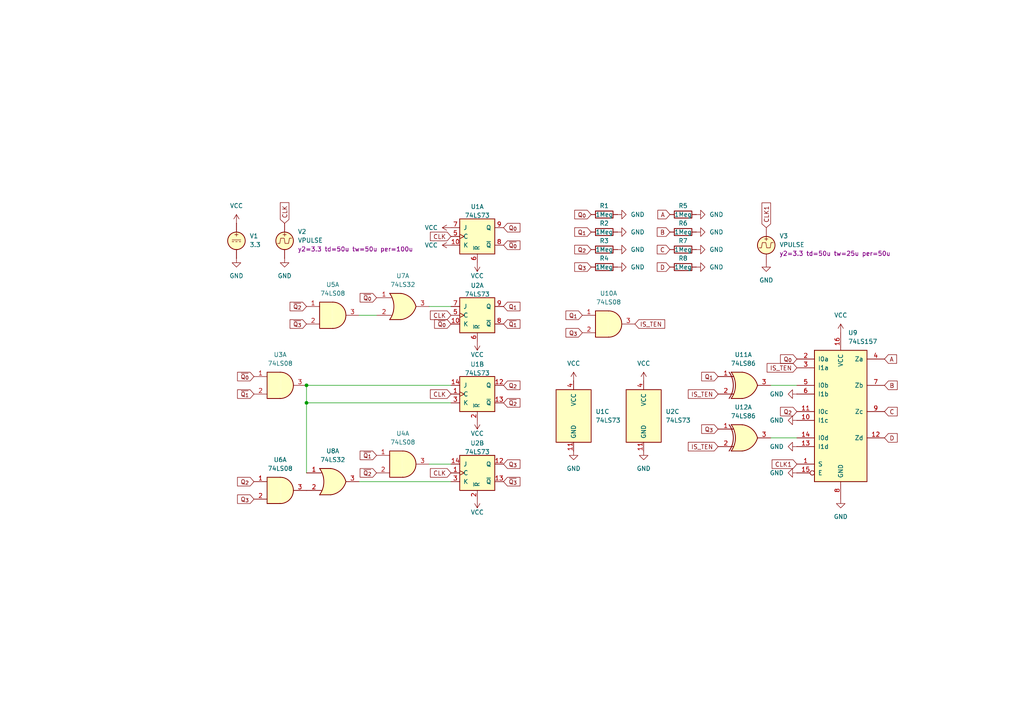
<source format=kicad_sch>
(kicad_sch (version 20250114) (generator "eeschema") (generator_version "9.0")
  (paper "A4")
  (lib_symbols
    (symbol "74xx:74LS08" (pin_names (offset 1.016))
      (property "Reference" "U" (at 0 1.27 0))
      (property "Value" "74LS08" (at 0 -1.27 0))
      (symbol "74LS08_1_1"
        (arc (start 0 3.81) (mid 3.7934 0) (end 0 -3.81) (stroke (width 0.254)) (fill (type background)))
        (polyline (pts (xy 0 3.81) (xy -3.81 3.81) (xy -3.81 -3.81) (xy 0 -3.81)) (stroke (width 0.254)) (fill (type background)))
        (pin input line (at -7.62 2.54 0) (length 3.81) (name "~") (number "1"))
        (pin input line (at -7.62 -2.54 0) (length 3.81) (name "~") (number "2"))
        (pin output line (at 7.62 0 180) (length 3.81) (name "~") (number "3"))
      )
      (symbol "74LS08_1_2"
        (arc (start -3.81 3.81) (mid -2.589 0) (end -3.81 -3.81) (stroke (width 0.254)))
        (polyline (pts (xy -3.81 3.81) (xy -0.635 3.81)) (stroke (width 0.254)) (fill (type background)))
        (polyline (pts (xy -3.81 -3.81) (xy -0.635 -3.81)) (stroke (width 0.254)) (fill (type background)))
        (arc (start 3.81 0) (mid 2.1855 -2.584) (end -0.6096 -3.81) (stroke (width 0.254)) (fill (type background)))
        (arc (start -0.6096 3.81) (mid 2.1928 2.5924) (end 3.81 0) (stroke (width 0.254)) (fill (type background)))
        (polyline (pts (xy -0.635 3.81) (xy -3.81 3.81) (xy -3.81 3.81) (xy -3.556 3.4036) (xy -3.0226 2.2606) (xy -2.6924 1.0414) (xy -2.6162 -0.254) (xy -2.7686 -1.4986) (xy -3.175 -2.7178) (xy -3.81 -3.81) (xy -3.81 -3.81) (xy -0.635 -3.81)) (stroke (width -25.4)) (fill (type background)))
        (pin input inverted (at -7.62 2.54 0) (length 4.318) (name "~") (number "1"))
        (pin input inverted (at -7.62 -2.54 0) (length 4.318) (name "~") (number "2"))
        (pin output inverted (at 7.62 0 180) (length 3.81) (name "~") (number "3"))
      )
      (symbol "74LS08_2_1"
        (arc (start 0 3.81) (mid 3.7934 0) (end 0 -3.81) (stroke (width 0.254)) (fill (type background)))
        (polyline (pts (xy 0 3.81) (xy -3.81 3.81) (xy -3.81 -3.81) (xy 0 -3.81)) (stroke (width 0.254)) (fill (type background)))
        (pin input line (at -7.62 2.54 0) (length 3.81) (name "~") (number "4"))
        (pin input line (at -7.62 -2.54 0) (length 3.81) (name "~") (number "5"))
        (pin output line (at 7.62 0 180) (length 3.81) (name "~") (number "6"))
      )
      (symbol "74LS08_2_2"
        (arc (start -3.81 3.81) (mid -2.589 0) (end -3.81 -3.81) (stroke (width 0.254)))
        (polyline (pts (xy -3.81 3.81) (xy -0.635 3.81)) (stroke (width 0.254)) (fill (type background)))
        (polyline (pts (xy -3.81 -3.81) (xy -0.635 -3.81)) (stroke (width 0.254)) (fill (type background)))
        (arc (start 3.81 0) (mid 2.1855 -2.584) (end -0.6096 -3.81) (stroke (width 0.254)) (fill (type background)))
        (arc (start -0.6096 3.81) (mid 2.1928 2.5924) (end 3.81 0) (stroke (width 0.254)) (fill (type background)))
        (polyline (pts (xy -0.635 3.81) (xy -3.81 3.81) (xy -3.81 3.81) (xy -3.556 3.4036) (xy -3.0226 2.2606) (xy -2.6924 1.0414) (xy -2.6162 -0.254) (xy -2.7686 -1.4986) (xy -3.175 -2.7178) (xy -3.81 -3.81) (xy -3.81 -3.81) (xy -0.635 -3.81)) (stroke (width -25.4)) (fill (type background)))
        (pin input inverted (at -7.62 2.54 0) (length 4.318) (name "~") (number "4"))
        (pin input inverted (at -7.62 -2.54 0) (length 4.318) (name "~") (number "5"))
        (pin output inverted (at 7.62 0 180) (length 3.81) (name "~") (number "6"))
      )
      (symbol "74LS08_3_1"
        (arc (start 0 3.81) (mid 3.7934 0) (end 0 -3.81) (stroke (width 0.254)) (fill (type background)))
        (polyline (pts (xy 0 3.81) (xy -3.81 3.81) (xy -3.81 -3.81) (xy 0 -3.81)) (stroke (width 0.254)) (fill (type background)))
        (pin input line (at -7.62 2.54 0) (length 3.81) (name "~") (number "9"))
        (pin input line (at -7.62 -2.54 0) (length 3.81) (name "~") (number "10"))
        (pin output line (at 7.62 0 180) (length 3.81) (name "~") (number "8"))
      )
      (symbol "74LS08_3_2"
        (arc (start -3.81 3.81) (mid -2.589 0) (end -3.81 -3.81) (stroke (width 0.254)))
        (polyline (pts (xy -3.81 3.81) (xy -0.635 3.81)) (stroke (width 0.254)) (fill (type background)))
        (polyline (pts (xy -3.81 -3.81) (xy -0.635 -3.81)) (stroke (width 0.254)) (fill (type background)))
        (arc (start 3.81 0) (mid 2.1855 -2.584) (end -0.6096 -3.81) (stroke (width 0.254)) (fill (type background)))
        (arc (start -0.6096 3.81) (mid 2.1928 2.5924) (end 3.81 0) (stroke (width 0.254)) (fill (type background)))
        (polyline (pts (xy -0.635 3.81) (xy -3.81 3.81) (xy -3.81 3.81) (xy -3.556 3.4036) (xy -3.0226 2.2606) (xy -2.6924 1.0414) (xy -2.6162 -0.254) (xy -2.7686 -1.4986) (xy -3.175 -2.7178) (xy -3.81 -3.81) (xy -3.81 -3.81) (xy -0.635 -3.81)) (stroke (width -25.4)) (fill (type background)))
        (pin input inverted (at -7.62 2.54 0) (length 4.318) (name "~") (number "9"))
        (pin input inverted (at -7.62 -2.54 0) (length 4.318) (name "~") (number "10"))
        (pin output inverted (at 7.62 0 180) (length 3.81) (name "~") (number "8"))
      )
      (symbol "74LS08_4_1"
        (arc (start 0 3.81) (mid 3.7934 0) (end 0 -3.81) (stroke (width 0.254)) (fill (type background)))
        (polyline (pts (xy 0 3.81) (xy -3.81 3.81) (xy -3.81 -3.81) (xy 0 -3.81)) (stroke (width 0.254)) (fill (type background)))
        (pin input line (at -7.62 2.54 0) (length 3.81) (name "~") (number "12"))
        (pin input line (at -7.62 -2.54 0) (length 3.81) (name "~") (number "13"))
        (pin output line (at 7.62 0 180) (length 3.81) (name "~") (number "11"))
      )
      (symbol "74LS08_4_2"
        (arc (start -3.81 3.81) (mid -2.589 0) (end -3.81 -3.81) (stroke (width 0.254)))
        (polyline (pts (xy -3.81 3.81) (xy -0.635 3.81)) (stroke (width 0.254)) (fill (type background)))
        (polyline (pts (xy -3.81 -3.81) (xy -0.635 -3.81)) (stroke (width 0.254)) (fill (type background)))
        (arc (start 3.81 0) (mid 2.1855 -2.584) (end -0.6096 -3.81) (stroke (width 0.254)) (fill (type background)))
        (arc (start -0.6096 3.81) (mid 2.1928 2.5924) (end 3.81 0) (stroke (width 0.254)) (fill (type background)))
        (polyline (pts (xy -0.635 3.81) (xy -3.81 3.81) (xy -3.81 3.81) (xy -3.556 3.4036) (xy -3.0226 2.2606) (xy -2.6924 1.0414) (xy -2.6162 -0.254) (xy -2.7686 -1.4986) (xy -3.175 -2.7178) (xy -3.81 -3.81) (xy -3.81 -3.81) (xy -0.635 -3.81)) (stroke (width -25.4)) (fill (type background)))
        (pin input inverted (at -7.62 2.54 0) (length 4.318) (name "~") (number "12"))
        (pin input inverted (at -7.62 -2.54 0) (length 4.318) (name "~") (number "13"))
        (pin output inverted (at 7.62 0 180) (length 3.81) (name "~") (number "11"))
      )
      (symbol "74LS08_5_0"
        (pin power_in line (at 0 12.7 270) (length 5.08) (name "VCC") (number "14"))
        (pin power_in line (at 0 -12.7 90) (length 5.08) (name "GND") (number "7"))
      )
      (symbol "74LS08_5_1"
        (rectangle (start -5.08 7.62) (end 5.08 -7.62) (stroke (width 0.254)) (fill (type background)))
      )
    )
    (symbol "74xx:74LS157" (pin_names (offset 1.016))
      (property "Reference" "U" (at -7.62 19.05 0))
      (property "Value" "74LS157" (at -7.62 -21.59 0))
      (symbol "74LS157_1_0"
        (pin input line (at -12.7 15.24 0) (length 5.08) (name "I0a") (number "2"))
        (pin input line (at -12.7 12.7 0) (length 5.08) (name "I1a") (number "3"))
        (pin input line (at -12.7 7.62 0) (length 5.08) (name "I0b") (number "5"))
        (pin input line (at -12.7 5.08 0) (length 5.08) (name "I1b") (number "6"))
        (pin input line (at -12.7 0 0) (length 5.08) (name "I0c") (number "11"))
        (pin input line (at -12.7 -2.54 0) (length 5.08) (name "I1c") (number "10"))
        (pin input line (at -12.7 -7.62 0) (length 5.08) (name "I0d") (number "14"))
        (pin input line (at -12.7 -10.16 0) (length 5.08) (name "I1d") (number "13"))
        (pin input line (at -12.7 -15.24 0) (length 5.08) (name "S") (number "1"))
        (pin input inverted (at -12.7 -17.78 0) (length 5.08) (name "E") (number "15"))
        (pin power_in line (at 0 22.86 270) (length 5.08) (name "VCC") (number "16"))
        (pin power_in line (at 0 -25.4 90) (length 5.08) (name "GND") (number "8"))
        (pin output line (at 12.7 15.24 180) (length 5.08) (name "Za") (number "4"))
        (pin output line (at 12.7 7.62 180) (length 5.08) (name "Zb") (number "7"))
        (pin output line (at 12.7 0 180) (length 5.08) (name "Zc") (number "9"))
        (pin output line (at 12.7 -7.62 180) (length 5.08) (name "Zd") (number "12"))
      )
      (symbol "74LS157_1_1"
        (rectangle (start -7.62 17.78) (end 7.62 -20.32) (stroke (width 0.254)) (fill (type background)))
      )
    )
    (symbol "74xx:74LS32" (pin_names (offset 1.016))
      (property "Reference" "U" (at 0 1.27 0))
      (property "Value" "74LS32" (at 0 -1.27 0))
      (symbol "74LS32_1_1"
        (arc (start -3.81 3.81) (mid -2.589 0) (end -3.81 -3.81) (stroke (width 0.254)))
        (polyline (pts (xy -3.81 3.81) (xy -0.635 3.81)) (stroke (width 0.254)) (fill (type background)))
        (polyline (pts (xy -3.81 -3.81) (xy -0.635 -3.81)) (stroke (width 0.254)) (fill (type background)))
        (arc (start 3.81 0) (mid 2.1855 -2.584) (end -0.6096 -3.81) (stroke (width 0.254)) (fill (type background)))
        (arc (start -0.6096 3.81) (mid 2.1928 2.5924) (end 3.81 0) (stroke (width 0.254)) (fill (type background)))
        (polyline (pts (xy -0.635 3.81) (xy -3.81 3.81) (xy -3.81 3.81) (xy -3.556 3.4036) (xy -3.0226 2.2606) (xy -2.6924 1.0414) (xy -2.6162 -0.254) (xy -2.7686 -1.4986) (xy -3.175 -2.7178) (xy -3.81 -3.81) (xy -3.81 -3.81) (xy -0.635 -3.81)) (stroke (width -25.4)) (fill (type background)))
        (pin input line (at -7.62 2.54 0) (length 4.318) (name "~") (number "1"))
        (pin input line (at -7.62 -2.54 0) (length 4.318) (name "~") (number "2"))
        (pin output line (at 7.62 0 180) (length 3.81) (name "~") (number "3"))
      )
      (symbol "74LS32_1_2"
        (arc (start 0 3.81) (mid 3.7934 0) (end 0 -3.81) (stroke (width 0.254)) (fill (type background)))
        (polyline (pts (xy 0 3.81) (xy -3.81 3.81) (xy -3.81 -3.81) (xy 0 -3.81)) (stroke (width 0.254)) (fill (type background)))
        (pin input inverted (at -7.62 2.54 0) (length 3.81) (name "~") (number "1"))
        (pin input inverted (at -7.62 -2.54 0) (length 3.81) (name "~") (number "2"))
        (pin output inverted (at 7.62 0 180) (length 3.81) (name "~") (number "3"))
      )
      (symbol "74LS32_2_1"
        (arc (start -3.81 3.81) (mid -2.589 0) (end -3.81 -3.81) (stroke (width 0.254)))
        (polyline (pts (xy -3.81 3.81) (xy -0.635 3.81)) (stroke (width 0.254)) (fill (type background)))
        (polyline (pts (xy -3.81 -3.81) (xy -0.635 -3.81)) (stroke (width 0.254)) (fill (type background)))
        (arc (start 3.81 0) (mid 2.1855 -2.584) (end -0.6096 -3.81) (stroke (width 0.254)) (fill (type background)))
        (arc (start -0.6096 3.81) (mid 2.1928 2.5924) (end 3.81 0) (stroke (width 0.254)) (fill (type background)))
        (polyline (pts (xy -0.635 3.81) (xy -3.81 3.81) (xy -3.81 3.81) (xy -3.556 3.4036) (xy -3.0226 2.2606) (xy -2.6924 1.0414) (xy -2.6162 -0.254) (xy -2.7686 -1.4986) (xy -3.175 -2.7178) (xy -3.81 -3.81) (xy -3.81 -3.81) (xy -0.635 -3.81)) (stroke (width -25.4)) (fill (type background)))
        (pin input line (at -7.62 2.54 0) (length 4.318) (name "~") (number "4"))
        (pin input line (at -7.62 -2.54 0) (length 4.318) (name "~") (number "5"))
        (pin output line (at 7.62 0 180) (length 3.81) (name "~") (number "6"))
      )
      (symbol "74LS32_2_2"
        (arc (start 0 3.81) (mid 3.7934 0) (end 0 -3.81) (stroke (width 0.254)) (fill (type background)))
        (polyline (pts (xy 0 3.81) (xy -3.81 3.81) (xy -3.81 -3.81) (xy 0 -3.81)) (stroke (width 0.254)) (fill (type background)))
        (pin input inverted (at -7.62 2.54 0) (length 3.81) (name "~") (number "4"))
        (pin input inverted (at -7.62 -2.54 0) (length 3.81) (name "~") (number "5"))
        (pin output inverted (at 7.62 0 180) (length 3.81) (name "~") (number "6"))
      )
      (symbol "74LS32_3_1"
        (arc (start -3.81 3.81) (mid -2.589 0) (end -3.81 -3.81) (stroke (width 0.254)))
        (polyline (pts (xy -3.81 3.81) (xy -0.635 3.81)) (stroke (width 0.254)) (fill (type background)))
        (polyline (pts (xy -3.81 -3.81) (xy -0.635 -3.81)) (stroke (width 0.254)) (fill (type background)))
        (arc (start 3.81 0) (mid 2.1855 -2.584) (end -0.6096 -3.81) (stroke (width 0.254)) (fill (type background)))
        (arc (start -0.6096 3.81) (mid 2.1928 2.5924) (end 3.81 0) (stroke (width 0.254)) (fill (type background)))
        (polyline (pts (xy -0.635 3.81) (xy -3.81 3.81) (xy -3.81 3.81) (xy -3.556 3.4036) (xy -3.0226 2.2606) (xy -2.6924 1.0414) (xy -2.6162 -0.254) (xy -2.7686 -1.4986) (xy -3.175 -2.7178) (xy -3.81 -3.81) (xy -3.81 -3.81) (xy -0.635 -3.81)) (stroke (width -25.4)) (fill (type background)))
        (pin input line (at -7.62 2.54 0) (length 4.318) (name "~") (number "9"))
        (pin input line (at -7.62 -2.54 0) (length 4.318) (name "~") (number "10"))
        (pin output line (at 7.62 0 180) (length 3.81) (name "~") (number "8"))
      )
      (symbol "74LS32_3_2"
        (arc (start 0 3.81) (mid 3.7934 0) (end 0 -3.81) (stroke (width 0.254)) (fill (type background)))
        (polyline (pts (xy 0 3.81) (xy -3.81 3.81) (xy -3.81 -3.81) (xy 0 -3.81)) (stroke (width 0.254)) (fill (type background)))
        (pin input inverted (at -7.62 2.54 0) (length 3.81) (name "~") (number "9"))
        (pin input inverted (at -7.62 -2.54 0) (length 3.81) (name "~") (number "10"))
        (pin output inverted (at 7.62 0 180) (length 3.81) (name "~") (number "8"))
      )
      (symbol "74LS32_4_1"
        (arc (start -3.81 3.81) (mid -2.589 0) (end -3.81 -3.81) (stroke (width 0.254)))
        (polyline (pts (xy -3.81 3.81) (xy -0.635 3.81)) (stroke (width 0.254)) (fill (type background)))
        (polyline (pts (xy -3.81 -3.81) (xy -0.635 -3.81)) (stroke (width 0.254)) (fill (type background)))
        (arc (start 3.81 0) (mid 2.1855 -2.584) (end -0.6096 -3.81) (stroke (width 0.254)) (fill (type background)))
        (arc (start -0.6096 3.81) (mid 2.1928 2.5924) (end 3.81 0) (stroke (width 0.254)) (fill (type background)))
        (polyline (pts (xy -0.635 3.81) (xy -3.81 3.81) (xy -3.81 3.81) (xy -3.556 3.4036) (xy -3.0226 2.2606) (xy -2.6924 1.0414) (xy -2.6162 -0.254) (xy -2.7686 -1.4986) (xy -3.175 -2.7178) (xy -3.81 -3.81) (xy -3.81 -3.81) (xy -0.635 -3.81)) (stroke (width -25.4)) (fill (type background)))
        (pin input line (at -7.62 2.54 0) (length 4.318) (name "~") (number "12"))
        (pin input line (at -7.62 -2.54 0) (length 4.318) (name "~") (number "13"))
        (pin output line (at 7.62 0 180) (length 3.81) (name "~") (number "11"))
      )
      (symbol "74LS32_4_2"
        (arc (start 0 3.81) (mid 3.7934 0) (end 0 -3.81) (stroke (width 0.254)) (fill (type background)))
        (polyline (pts (xy 0 3.81) (xy -3.81 3.81) (xy -3.81 -3.81) (xy 0 -3.81)) (stroke (width 0.254)) (fill (type background)))
        (pin input inverted (at -7.62 2.54 0) (length 3.81) (name "~") (number "12"))
        (pin input inverted (at -7.62 -2.54 0) (length 3.81) (name "~") (number "13"))
        (pin output inverted (at 7.62 0 180) (length 3.81) (name "~") (number "11"))
      )
      (symbol "74LS32_5_0"
        (pin power_in line (at 0 12.7 270) (length 5.08) (name "VCC") (number "14"))
        (pin power_in line (at 0 -12.7 90) (length 5.08) (name "GND") (number "7"))
      )
      (symbol "74LS32_5_1"
        (rectangle (start -5.08 7.62) (end 5.08 -7.62) (stroke (width 0.254)) (fill (type background)))
      )
    )
    (symbol "74xx:74LS73" (pin_names (offset 1.016))
      (property "Reference" "U" (at -7.62 8.89 0))
      (property "Value" "74LS73" (at -7.62 -8.89 0))
      (symbol "74LS73_1_0"
        (pin input line (at -7.62 2.54 0) (length 2.54) (name "J") (number "7"))
        (pin input clock (at -7.62 0 0) (length 2.54) (name "C") (number "5"))
        (pin input line (at -7.62 -2.54 0) (length 2.54) (name "K") (number "10"))
        (pin input line (at 0 -7.62 90) (length 2.54) (name "~{R}") (number "6"))
        (pin output line (at 7.62 2.54 180) (length 2.54) (name "Q") (number "9"))
        (pin output line (at 7.62 -2.54 180) (length 2.54) (name "~{Q}") (number "8"))
      )
      (symbol "74LS73_1_1"
        (rectangle (start -5.08 5.08) (end 5.08 -5.08) (stroke (width 0.254)) (fill (type background)))
      )
      (symbol "74LS73_2_0"
        (pin input line (at -7.62 2.54 0) (length 2.54) (name "J") (number "14"))
        (pin input clock (at -7.62 0 0) (length 2.54) (name "C") (number "1"))
        (pin input line (at -7.62 -2.54 0) (length 2.54) (name "K") (number "3"))
        (pin input line (at 0 -7.62 90) (length 2.54) (name "~{R}") (number "2"))
        (pin output line (at 7.62 2.54 180) (length 2.54) (name "Q") (number "12"))
        (pin output line (at 7.62 -2.54 180) (length 2.54) (name "~{Q}") (number "13"))
      )
      (symbol "74LS73_2_1"
        (rectangle (start -5.08 5.08) (end 5.08 -5.08) (stroke (width 0.254)) (fill (type background)))
      )
      (symbol "74LS73_3_0"
        (pin power_in line (at 0 10.16 270) (length 2.54) (name "VCC") (number "4"))
        (pin power_in line (at 0 -10.16 90) (length 2.54) (name "GND") (number "11"))
      )
      (symbol "74LS73_3_1"
        (rectangle (start -5.08 7.62) (end 5.08 -7.62) (stroke (width 0.254)) (fill (type background)))
      )
    )
    (symbol "74xx:74LS86" (pin_names (offset 1.016))
      (property "Reference" "U" (at 0 1.27 0))
      (property "Value" "74LS86" (at 0 -1.27 0))
      (symbol "74LS86_1_0"
        (arc (start -4.4196 3.81) (mid -3.2033 0) (end -4.4196 -3.81) (stroke (width 0.254)))
        (arc (start -3.81 3.81) (mid -2.589 0) (end -3.81 -3.81) (stroke (width 0.254)))
        (polyline (pts (xy -3.81 3.81) (xy -0.635 3.81)) (stroke (width 0.254)) (fill (type background)))
        (polyline (pts (xy -3.81 -3.81) (xy -0.635 -3.81)) (stroke (width 0.254)) (fill (type background)))
        (arc (start 3.81 0) (mid 2.1855 -2.584) (end -0.6096 -3.81) (stroke (width 0.254)) (fill (type background)))
        (arc (start -0.6096 3.81) (mid 2.1928 2.5924) (end 3.81 0) (stroke (width 0.254)) (fill (type background)))
        (polyline (pts (xy -0.635 3.81) (xy -3.81 3.81) (xy -3.81 3.81) (xy -3.556 3.4036) (xy -3.0226 2.2606) (xy -2.6924 1.0414) (xy -2.6162 -0.254) (xy -2.7686 -1.4986) (xy -3.175 -2.7178) (xy -3.81 -3.81) (xy -3.81 -3.81) (xy -0.635 -3.81)) (stroke (width -25.4)) (fill (type background)))
        (pin input line (at -7.62 2.54 0) (length 4.445) (name "~") (number "1"))
        (pin input line (at -7.62 -2.54 0) (length 4.445) (name "~") (number "2"))
        (pin output line (at 7.62 0 180) (length 3.81) (name "~") (number "3"))
      )
      (symbol "74LS86_1_1"
        (polyline (pts (xy -3.81 2.54) (xy -3.175 2.54)) (stroke (width 0.1524)))
        (polyline (pts (xy -3.81 -2.54) (xy -3.175 -2.54)) (stroke (width 0.1524)))
      )
      (symbol "74LS86_2_0"
        (arc (start -4.4196 3.81) (mid -3.2033 0) (end -4.4196 -3.81) (stroke (width 0.254)))
        (arc (start -3.81 3.81) (mid -2.589 0) (end -3.81 -3.81) (stroke (width 0.254)))
        (polyline (pts (xy -3.81 3.81) (xy -0.635 3.81)) (stroke (width 0.254)) (fill (type background)))
        (polyline (pts (xy -3.81 -3.81) (xy -0.635 -3.81)) (stroke (width 0.254)) (fill (type background)))
        (arc (start 3.81 0) (mid 2.1855 -2.584) (end -0.6096 -3.81) (stroke (width 0.254)) (fill (type background)))
        (arc (start -0.6096 3.81) (mid 2.1928 2.5924) (end 3.81 0) (stroke (width 0.254)) (fill (type background)))
        (polyline (pts (xy -0.635 3.81) (xy -3.81 3.81) (xy -3.81 3.81) (xy -3.556 3.4036) (xy -3.0226 2.2606) (xy -2.6924 1.0414) (xy -2.6162 -0.254) (xy -2.7686 -1.4986) (xy -3.175 -2.7178) (xy -3.81 -3.81) (xy -3.81 -3.81) (xy -0.635 -3.81)) (stroke (width -25.4)) (fill (type background)))
        (pin input line (at -7.62 2.54 0) (length 4.445) (name "~") (number "4"))
        (pin input line (at -7.62 -2.54 0) (length 4.445) (name "~") (number "5"))
        (pin output line (at 7.62 0 180) (length 3.81) (name "~") (number "6"))
      )
      (symbol "74LS86_2_1"
        (polyline (pts (xy -3.81 2.54) (xy -3.175 2.54)) (stroke (width 0.1524)))
        (polyline (pts (xy -3.81 -2.54) (xy -3.175 -2.54)) (stroke (width 0.1524)))
      )
      (symbol "74LS86_3_0"
        (arc (start -4.4196 3.81) (mid -3.2033 0) (end -4.4196 -3.81) (stroke (width 0.254)))
        (arc (start -3.81 3.81) (mid -2.589 0) (end -3.81 -3.81) (stroke (width 0.254)))
        (polyline (pts (xy -3.81 3.81) (xy -0.635 3.81)) (stroke (width 0.254)) (fill (type background)))
        (polyline (pts (xy -3.81 -3.81) (xy -0.635 -3.81)) (stroke (width 0.254)) (fill (type background)))
        (arc (start 3.81 0) (mid 2.1855 -2.584) (end -0.6096 -3.81) (stroke (width 0.254)) (fill (type background)))
        (arc (start -0.6096 3.81) (mid 2.1928 2.5924) (end 3.81 0) (stroke (width 0.254)) (fill (type background)))
        (polyline (pts (xy -0.635 3.81) (xy -3.81 3.81) (xy -3.81 3.81) (xy -3.556 3.4036) (xy -3.0226 2.2606) (xy -2.6924 1.0414) (xy -2.6162 -0.254) (xy -2.7686 -1.4986) (xy -3.175 -2.7178) (xy -3.81 -3.81) (xy -3.81 -3.81) (xy -0.635 -3.81)) (stroke (width -25.4)) (fill (type background)))
        (pin input line (at -7.62 2.54 0) (length 4.445) (name "~") (number "9"))
        (pin input line (at -7.62 -2.54 0) (length 4.445) (name "~") (number "10"))
        (pin output line (at 7.62 0 180) (length 3.81) (name "~") (number "8"))
      )
      (symbol "74LS86_3_1"
        (polyline (pts (xy -3.81 2.54) (xy -3.175 2.54)) (stroke (width 0.1524)))
        (polyline (pts (xy -3.81 -2.54) (xy -3.175 -2.54)) (stroke (width 0.1524)))
      )
      (symbol "74LS86_4_0"
        (arc (start -4.4196 3.81) (mid -3.2033 0) (end -4.4196 -3.81) (stroke (width 0.254)))
        (arc (start -3.81 3.81) (mid -2.589 0) (end -3.81 -3.81) (stroke (width 0.254)))
        (polyline (pts (xy -3.81 3.81) (xy -0.635 3.81)) (stroke (width 0.254)) (fill (type background)))
        (polyline (pts (xy -3.81 -3.81) (xy -0.635 -3.81)) (stroke (width 0.254)) (fill (type background)))
        (arc (start 3.81 0) (mid 2.1855 -2.584) (end -0.6096 -3.81) (stroke (width 0.254)) (fill (type background)))
        (arc (start -0.6096 3.81) (mid 2.1928 2.5924) (end 3.81 0) (stroke (width 0.254)) (fill (type background)))
        (polyline (pts (xy -0.635 3.81) (xy -3.81 3.81) (xy -3.81 3.81) (xy -3.556 3.4036) (xy -3.0226 2.2606) (xy -2.6924 1.0414) (xy -2.6162 -0.254) (xy -2.7686 -1.4986) (xy -3.175 -2.7178) (xy -3.81 -3.81) (xy -3.81 -3.81) (xy -0.635 -3.81)) (stroke (width -25.4)) (fill (type background)))
        (pin input line (at -7.62 2.54 0) (length 4.445) (name "~") (number "12"))
        (pin input line (at -7.62 -2.54 0) (length 4.445) (name "~") (number "13"))
        (pin output line (at 7.62 0 180) (length 3.81) (name "~") (number "11"))
      )
      (symbol "74LS86_4_1"
        (polyline (pts (xy -3.81 2.54) (xy -3.175 2.54)) (stroke (width 0.1524)))
        (polyline (pts (xy -3.81 -2.54) (xy -3.175 -2.54)) (stroke (width 0.1524)))
      )
      (symbol "74LS86_5_0"
        (pin power_in line (at 0 12.7 270) (length 5.08) (name "VCC") (number "14"))
        (pin power_in line (at 0 -12.7 90) (length 5.08) (name "GND") (number "7"))
      )
      (symbol "74LS86_5_1"
        (rectangle (start -5.08 7.62) (end 5.08 -7.62) (stroke (width 0.254)) (fill (type background)))
      )
    )
    (symbol "Device:R" (pin_numbers (hide yes)) (pin_names (offset 0))
      (property "Reference" "R" (at 2.032 0 90))
      (property "Value" "R" (at 0 0 90))
      (symbol "R_0_1"
        (rectangle (start -1.016 -2.54) (end 1.016 2.54) (stroke (width 0.254)))
      )
      (symbol "R_1_1"
        (pin passive line (at 0 3.81 270) (length 1.27) (name "~") (number "1"))
        (pin passive line (at 0 -3.81 90) (length 1.27) (name "~") (number "2"))
      )
    )
    (symbol "Simulation_SPICE:VDC" (pin_numbers (hide yes)) (pin_names (offset 0.0254))
      (property "Reference" "V" (at 2.54 2.54 0))
      (property "Value" "1" (at 2.54 0 0))
      (symbol "VDC_0_0"
        (polyline (pts (xy -1.27 0.254) (xy 1.27 0.254)))
        (polyline (pts (xy -0.762 -0.254) (xy -1.27 -0.254)))
        (polyline (pts (xy 0.254 -0.254) (xy -0.254 -0.254)))
        (polyline (pts (xy 1.27 -0.254) (xy 0.762 -0.254)))
        (text "+" (at 0 1.905 0) (effects (font (size 1.27 1.27))))
      )
      (symbol "VDC_0_1"
        (circle (center 0 0) (radius 2.54) (stroke (width 0.254)) (fill (type background)))
      )
      (symbol "VDC_1_1"
        (pin passive line (at 0 5.08 270) (length 2.54) (name "~") (number "1"))
        (pin passive line (at 0 -5.08 90) (length 2.54) (name "~") (number "2"))
      )
    )
    (symbol "Simulation_SPICE:VPULSE" (pin_numbers (hide yes)) (pin_names (offset 0.0254))
      (property "Reference" "V" (at 2.54 2.54 0))
      (property "Value" "VPULSE" (at 2.54 0 0))
      (property "Sim.Params" "y1=0 y2=1 td=2n tr=2n tf=2n tw=50n per=100n" (at 2.54 -2.54 0))
      (symbol "VPULSE_0_0"
        (polyline (pts (xy -2.032 -0.762) (xy -1.397 -0.762) (xy -1.143 0.762) (xy -0.127 0.762) (xy 0.127 -0.762) (xy 1.143 -0.762) (xy 1.397 0.762) (xy 2.032 0.762)))
        (text "+" (at 0 1.905 0) (effects (font (size 1.27 1.27))))
      )
      (symbol "VPULSE_0_1"
        (circle (center 0 0) (radius 2.54) (stroke (width 0.254)) (fill (type background)))
      )
      (symbol "VPULSE_1_1"
        (pin passive line (at 0 5.08 270) (length 2.54) (name "~") (number "1"))
        (pin passive line (at 0 -5.08 90) (length 2.54) (name "~") (number "2"))
      )
    )
    (symbol "power:GND" (power) (pin_numbers (hide yes)) (pin_names (offset 0) (hide yes))
      (property "Value" "GND" (at 0 -3.81 0))
      (symbol "GND_0_1"
        (polyline (pts (xy 0 0) (xy 0 -1.27) (xy 1.27 -1.27) (xy 0 -2.54) (xy -1.27 -1.27) (xy 0 -1.27)))
      )
      (symbol "GND_1_1"
        (pin power_in line (at 0 0 270) (length 0) (name "~") (number "1"))
      )
    )
    (symbol "power:VCC" (power) (pin_numbers (hide yes)) (pin_names (offset 0) (hide yes))
      (property "Value" "VCC" (at 0 3.556 0))
      (symbol "VCC_0_1"
        (polyline (pts (xy -0.762 1.27) (xy 0 2.54)))
        (polyline (pts (xy 0 2.54) (xy 0.762 1.27)))
        (polyline (pts (xy 0 0) (xy 0 2.54)))
      )
      (symbol "VCC_1_1"
        (pin power_in line (at 0 0 90) (length 0) (name "~") (number "1"))
      )
    )
  )
  (junction (at 88.9 116.84))
  (junction (at 88.9 111.76))
  (wire (pts (xy 124.46 88.9) (xy 130.81 88.9)))
  (wire (pts (xy 223.52 111.76) (xy 231.14 111.76)))
  (wire (pts (xy 88.9 116.84) (xy 130.81 116.84)))
  (wire (pts (xy 223.52 127) (xy 231.14 127)))
  (wire (pts (xy 88.9 111.76) (xy 88.9 116.84)))
  (wire (pts (xy 124.46 134.62) (xy 130.81 134.62)))
  (wire (pts (xy 104.14 139.7) (xy 130.81 139.7)))
  (wire (pts (xy 88.9 111.76) (xy 130.81 111.76)))
  (wire (pts (xy 104.14 91.44) (xy 109.22 91.44)))
  (wire (pts (xy 88.9 116.84) (xy 88.9 137.16)))
  (global_label "Q_{0}" (shape input) (at 231.14 104.14 180) (property "Intersheetrefs" "${INTERSHEET_REFS}" (effects (hide yes))))
  (global_label "~{Q_{0}}" (shape input) (at 73.66 109.22 180) (property "Intersheetrefs" "${INTERSHEET_REFS}" (effects (hide yes))))
  (global_label "~{Q_{0}}" (shape input) (at 109.22 86.36 180) (property "Intersheetrefs" "${INTERSHEET_REFS}" (effects (hide yes))))
  (global_label "~{Q_{2}}" (shape input) (at 88.9 88.9 180) (property "Intersheetrefs" "${INTERSHEET_REFS}" (effects (hide yes))))
  (global_label "~{Q_{1}}" (shape input) (at 146.05 93.98 0) (property "Intersheetrefs" "${INTERSHEET_REFS}" (effects (hide yes))))
  (global_label "D" (shape input) (at 256.54 127 0) (property "Intersheetrefs" "${INTERSHEET_REFS}" (effects (hide yes))))
  (global_label "Q_{3}" (shape input) (at 168.91 96.52 180) (property "Intersheetrefs" "${INTERSHEET_REFS}" (effects (hide yes))))
  (global_label "Q_{3}" (shape input) (at 146.05 134.62 0) (property "Intersheetrefs" "${INTERSHEET_REFS}" (effects (hide yes))))
  (global_label "IS_TEN" (shape input) (at 208.28 114.3 180) (property "Intersheetrefs" "${INTERSHEET_REFS}" (effects (hide yes))))
  (global_label "CLK" (shape input) (at 82.55 64.77 90) (property "Intersheetrefs" "${INTERSHEET_REFS}" (effects (hide yes))))
  (global_label "Q_{3}" (shape input) (at 171.45 77.47 180) (property "Intersheetrefs" "${INTERSHEET_REFS}" (effects (hide yes))))
  (global_label "CLK" (shape input) (at 130.81 68.58 180) (property "Intersheetrefs" "${INTERSHEET_REFS}" (effects (hide yes))))
  (global_label "CLK" (shape input) (at 130.81 114.3 180) (property "Intersheetrefs" "${INTERSHEET_REFS}" (effects (hide yes))))
  (global_label "~{Q_{1}}" (shape input) (at 73.66 114.3 180) (property "Intersheetrefs" "${INTERSHEET_REFS}" (effects (hide yes))))
  (global_label "IS_TEN" (shape input) (at 231.14 106.68 180) (property "Intersheetrefs" "${INTERSHEET_REFS}" (effects (hide yes))))
  (global_label "C" (shape input) (at 256.54 119.38 0) (property "Intersheetrefs" "${INTERSHEET_REFS}" (effects (hide yes))))
  (global_label "A" (shape input) (at 194.31 62.23 180) (property "Intersheetrefs" "${INTERSHEET_REFS}" (effects (hide yes))))
  (global_label "Q_{3}" (shape input) (at 73.66 144.78 180) (property "Intersheetrefs" "${INTERSHEET_REFS}" (effects (hide yes))))
  (global_label "Q_{0}" (shape input) (at 171.45 62.23 180) (property "Intersheetrefs" "${INTERSHEET_REFS}" (effects (hide yes))))
  (global_label "D" (shape input) (at 194.31 77.47 180) (property "Intersheetrefs" "${INTERSHEET_REFS}" (effects (hide yes))))
  (global_label "Q_{2}" (shape input) (at 73.66 139.7 180) (property "Intersheetrefs" "${INTERSHEET_REFS}" (effects (hide yes))))
  (global_label "Q_{0}" (shape input) (at 146.05 66.04 0) (property "Intersheetrefs" "${INTERSHEET_REFS}" (effects (hide yes))))
  (global_label "Q_{1}" (shape input) (at 208.28 109.22 180) (property "Intersheetrefs" "${INTERSHEET_REFS}" (effects (hide yes))))
  (global_label "~{Q_{0}}" (shape input) (at 130.81 93.98 180) (property "Intersheetrefs" "${INTERSHEET_REFS}" (effects (hide yes))))
  (global_label "IS_TEN" (shape input) (at 184.15 93.98 0) (property "Intersheetrefs" "${INTERSHEET_REFS}" (effects (hide yes))))
  (global_label "Q_{1}" (shape input) (at 168.91 91.44 180) (property "Intersheetrefs" "${INTERSHEET_REFS}" (effects (hide yes))))
  (global_label "~{Q_{2}}" (shape input) (at 109.22 137.16 180) (property "Intersheetrefs" "${INTERSHEET_REFS}" (effects (hide yes))))
  (global_label "A" (shape input) (at 256.54 104.14 0) (property "Intersheetrefs" "${INTERSHEET_REFS}" (effects (hide yes))))
  (global_label "~{Q_{2}}" (shape input) (at 146.05 116.84 0) (property "Intersheetrefs" "${INTERSHEET_REFS}" (effects (hide yes))))
  (global_label "Q_{2}" (shape input) (at 171.45 72.39 180) (property "Intersheetrefs" "${INTERSHEET_REFS}" (effects (hide yes))))
  (global_label "Q_{1}" (shape input) (at 146.05 88.9 0) (property "Intersheetrefs" "${INTERSHEET_REFS}" (effects (hide yes))))
  (global_label "C" (shape input) (at 194.31 72.39 180) (property "Intersheetrefs" "${INTERSHEET_REFS}" (effects (hide yes))))
  (global_label "Q_{2}" (shape input) (at 146.05 111.76 0) (property "Intersheetrefs" "${INTERSHEET_REFS}" (effects (hide yes))))
  (global_label "Q_{2}" (shape input) (at 231.14 119.38 180) (property "Intersheetrefs" "${INTERSHEET_REFS}" (effects (hide yes))))
  (global_label "CLK" (shape input) (at 130.81 137.16 180) (property "Intersheetrefs" "${INTERSHEET_REFS}" (effects (hide yes))))
  (global_label "Q_{3}" (shape input) (at 208.28 124.46 180) (property "Intersheetrefs" "${INTERSHEET_REFS}" (effects (hide yes))))
  (global_label "~{Q_{1}}" (shape input) (at 109.22 132.08 180) (property "Intersheetrefs" "${INTERSHEET_REFS}" (effects (hide yes))))
  (global_label "CLK" (shape input) (at 130.81 91.44 180) (property "Intersheetrefs" "${INTERSHEET_REFS}" (effects (hide yes))))
  (global_label "IS_TEN" (shape input) (at 208.28 129.54 180) (property "Intersheetrefs" "${INTERSHEET_REFS}" (effects (hide yes))))
  (global_label "B" (shape input) (at 194.31 67.31 180) (property "Intersheetrefs" "${INTERSHEET_REFS}" (effects (hide yes))))
  (global_label "CLK1" (shape input) (at 222.25 66.04 90) (property "Intersheetrefs" "${INTERSHEET_REFS}" (effects (hide yes))))
  (global_label "B" (shape input) (at 256.54 111.76 0) (property "Intersheetrefs" "${INTERSHEET_REFS}" (effects (hide yes))))
  (global_label "~{Q_{3}}" (shape input) (at 146.05 139.7 0) (property "Intersheetrefs" "${INTERSHEET_REFS}" (effects (hide yes))))
  (global_label "CLK1" (shape input) (at 231.14 134.62 180) (property "Intersheetrefs" "${INTERSHEET_REFS}" (effects (hide yes))))
  (global_label "~{Q_{3}}" (shape input) (at 88.9 93.98 180) (property "Intersheetrefs" "${INTERSHEET_REFS}" (effects (hide yes))))
  (global_label "Q_{1}" (shape input) (at 171.45 67.31 180) (property "Intersheetrefs" "${INTERSHEET_REFS}" (effects (hide yes))))
  (global_label "~{Q_{0}}" (shape input) (at 146.05 71.12 0) (property "Intersheetrefs" "${INTERSHEET_REFS}" (effects (hide yes))))
  (symbol (lib_id "power:GND") (at 243.84 144.78 0) (unit 1)
    (property "Reference" "#PWR019" (effects (hide yes)))
    (property "Value" "GND" (at 243.84 149.86 0))
    (property "Description" "Power symbol creates a global label with name \"GND\" , ground" (effects (hide yes)))
  )
  (symbol (lib_id "power:GND") (at 179.07 72.39 90) (unit 1)
    (property "Reference" "#PWR016" (effects (hide yes)))
    (property "Value" "GND" (at 182.88 72.3899 90) (effects (justify right)))
    (property "Description" "Power symbol creates a global label with name \"GND\" , ground" (effects (hide yes)))
  )
  (symbol (lib_id "power:GND") (at 82.55 74.93 0) (unit 1)
    (property "Reference" "#PWR07" (effects (hide yes)))
    (property "Value" "GND" (at 82.55 80.01 0))
    (property "Description" "Power symbol creates a global label with name \"GND\" , ground" (effects (hide yes)))
  )
  (symbol (lib_id "74xx:74LS86") (at 215.9 111.76 0) (unit 1)
    (property "Reference" "U11" (at 215.5952 102.87 0))
    (property "Value" "74LS86" (at 215.5952 105.41 0))
    (property "Datasheet" "74xx/74ls86.pdf" (effects (hide yes)))
    (property "Description" "Quad 2-input XOR" (effects (hide yes)))
    (property "Sim.Library" "../74LS86.lib" (effects (hide yes)))
    (property "Sim.Name" "74LS86" (effects (hide yes)))
    (property "Sim.Device" "SUBCKT" (effects (hide yes)))
    (property "Sim.Pins" "1=A1 2=B1 3=Y1" (effects (hide yes)))
  )
  (symbol (lib_id "power:GND") (at 201.93 67.31 90) (unit 1)
    (property "Reference" "#PWR026" (effects (hide yes)))
    (property "Value" "GND" (at 205.74 67.3099 90) (effects (justify right)))
    (property "Description" "Power symbol creates a global label with name \"GND\" , ground" (effects (hide yes)))
  )
  (symbol (lib_id "power:GND") (at 166.37 130.81 0) (unit 1)
    (property "Reference" "#PWR012" (effects (hide yes)))
    (property "Value" "GND" (at 166.37 135.89 0))
    (property "Description" "Power symbol creates a global label with name \"GND\" , ground" (effects (hide yes)))
  )
  (symbol (lib_id "Device:R") (at 198.12 77.47 90) (unit 1)
    (property "Reference" "R8" (at 198.12 74.93 90))
    (property "Value" "1Meg" (at 198.12 77.47 90))
    (property "Description" "Resistor" (effects (hide yes)))
  )
  (symbol (lib_id "power:GND") (at 186.69 130.81 0) (unit 1)
    (property "Reference" "#PWR013" (effects (hide yes)))
    (property "Value" "GND" (at 186.69 135.89 0))
    (property "Description" "Power symbol creates a global label with name \"GND\" , ground" (effects (hide yes)))
  )
  (symbol (lib_id "power:GND") (at 222.25 76.2 0) (unit 1)
    (property "Reference" "#PWR021" (effects (hide yes)))
    (property "Value" "GND" (at 222.25 81.28 0))
    (property "Description" "Power symbol creates a global label with name \"GND\" , ground" (effects (hide yes)))
  )
  (symbol (lib_id "power:GND") (at 179.07 77.47 90) (unit 1)
    (property "Reference" "#PWR017" (effects (hide yes)))
    (property "Value" "GND" (at 182.88 77.4699 90) (effects (justify right)))
    (property "Description" "Power symbol creates a global label with name \"GND\" , ground" (effects (hide yes)))
  )
  (symbol (lib_id "Device:R") (at 175.26 72.39 90) (unit 1)
    (property "Reference" "R3" (at 175.26 69.85 90))
    (property "Value" "1Meg" (at 175.26 72.39 90))
    (property "Description" "Resistor" (effects (hide yes)))
  )
  (symbol (lib_id "Device:R") (at 175.26 67.31 90) (unit 1)
    (property "Reference" "R2" (at 175.26 64.77 90))
    (property "Value" "1Meg" (at 175.26 67.31 90))
    (property "Description" "Resistor" (effects (hide yes)))
  )
  (symbol (lib_id "power:VCC") (at 138.43 76.2 180) (unit 1)
    (property "Reference" "#PWR03" (effects (hide yes)))
    (property "Value" "VCC" (at 138.43 80.01 0))
    (property "Description" "Power symbol creates a global label with name \"VCC\"" (effects (hide yes)))
  )
  (symbol (lib_id "power:GND") (at 179.07 62.23 90) (unit 1)
    (property "Reference" "#PWR014" (effects (hide yes)))
    (property "Value" "GND" (at 182.88 62.2299 90) (effects (justify right)))
    (property "Description" "Power symbol creates a global label with name \"GND\" , ground" (effects (hide yes)))
  )
  (symbol (lib_id "74xx:74LS73") (at 166.37 120.65 0) (unit 3)
    (property "Reference" "U1" (at 172.72 119.3799 0) (effects (justify left)))
    (property "Value" "74LS73" (at 172.72 121.9199 0) (effects (justify left)))
    (property "Datasheet" "http://www.ti.com/lit/gpn/sn74LS73" (effects (hide yes)))
    (property "Description" "Dual JK Flip-Flop, reset" (effects (hide yes)))
    (property "Sim.Library" "../74LS73A.lib" (effects (hide yes)))
    (property "Sim.Name" "74LS73A" (effects (hide yes)))
    (property "Sim.Device" "SUBCKT" (effects (hide yes)))
    (property "Sim.Pins" "1=1CLK 2=1CLRBAR 3=1K 4=DPWR 5=2CLK 6=2CLRBAR 7=2J 8=2QBAR 9=2Q 10=2K 11=DGND 12=1Q 13=1QBAR 14=1J" (effects (hide yes)))
  )
  (symbol (lib_id "power:GND") (at 231.14 137.16 270) (unit 1)
    (property "Reference" "#PWR020" (effects (hide yes)))
    (property "Value" "GND" (at 227.33 137.1599 90) (effects (justify right)))
    (property "Description" "Power symbol creates a global label with name \"GND\" , ground" (effects (hide yes)))
  )
  (symbol (lib_id "Simulation_SPICE:VPULSE") (at 82.55 69.85 0) (unit 1)
    (property "Reference" "V2" (at 86.36 67.1801 0) (effects (justify left)))
    (property "Value" "VPULSE" (at 86.36 69.7201 0) (effects (justify left)))
    (property "Datasheet" "https://ngspice.sourceforge.io/docs/ngspice-html-manual/manual.xhtml#sec_Independent_Sources_for" (effects (hide yes)))
    (property "Description" "Voltage source, pulse" (effects (hide yes)))
    (property "Sim.Pins" "1=+ 2=-" (effects (hide yes)))
    (property "Sim.Type" "PULSE" (effects (hide yes)))
    (property "Sim.Device" "V" (effects (hide yes)))
    (property "Sim.Params" "y2=3.3 td=50u tw=50u per=100u" (at 86.36 72.2601 0) (effects (justify left)))
  )
  (symbol (lib_id "power:VCC") (at 166.37 110.49 0) (unit 1)
    (property "Reference" "#PWR010" (effects (hide yes)))
    (property "Value" "VCC" (at 166.37 105.41 0))
    (property "Description" "Power symbol creates a global label with name \"VCC\"" (effects (hide yes)))
  )
  (symbol (lib_id "power:VCC") (at 138.43 99.06 180) (unit 1)
    (property "Reference" "#PWR04" (effects (hide yes)))
    (property "Value" "VCC" (at 138.43 102.87 0))
    (property "Description" "Power symbol creates a global label with name \"VCC\"" (effects (hide yes)))
  )
  (symbol (lib_id "74xx:74LS08") (at 116.84 134.62 0) (unit 1)
    (property "Reference" "U4" (at 116.84 125.73 0))
    (property "Value" "74LS08" (at 116.8317 128.27 0))
    (property "Datasheet" "http://www.ti.com/lit/gpn/sn74LS08" (effects (hide yes)))
    (property "Description" "Quad And2" (effects (hide yes)))
    (property "Sim.Library" "../74LS08.lib" (effects (hide yes)))
    (property "Sim.Name" "74LS08" (effects (hide yes)))
    (property "Sim.Device" "SUBCKT" (effects (hide yes)))
    (property "Sim.Pins" "1=1A 2=1B 3=1Y" (effects (hide yes)))
  )
  (symbol (lib_id "Simulation_SPICE:VDC") (at 68.58 69.85 0) (unit 1)
    (property "Reference" "V1" (at 72.39 68.4501 0) (effects (justify left)))
    (property "Value" "3.3" (at 72.39 70.9901 0) (effects (justify left)))
    (property "Datasheet" "https://ngspice.sourceforge.io/docs/ngspice-html-manual/manual.xhtml#sec_Independent_Sources_for" (effects (hide yes)))
    (property "Description" "Voltage source, DC" (effects (hide yes)))
    (property "Sim.Pins" "1=+ 2=-" (effects (hide yes)))
    (property "Sim.Type" "DC" (effects (hide yes)))
    (property "Sim.Device" "V" (effects (hide yes)))
  )
  (symbol (lib_id "power:GND") (at 68.58 74.93 0) (unit 1)
    (property "Reference" "#PWR02" (effects (hide yes)))
    (property "Value" "GND" (at 68.58 80.01 0))
    (property "Description" "Power symbol creates a global label with name \"GND\" , ground" (effects (hide yes)))
  )
  (symbol (lib_id "power:VCC") (at 138.43 121.92 180) (unit 1)
    (property "Reference" "#PWR06" (effects (hide yes)))
    (property "Value" "VCC" (at 138.43 125.73 0))
    (property "Description" "Power symbol creates a global label with name \"VCC\"" (effects (hide yes)))
  )
  (symbol (lib_id "power:VCC") (at 130.81 71.12 90) (unit 1)
    (property "Reference" "#PWR09" (effects (hide yes)))
    (property "Value" "VCC" (at 127 71.1199 90) (effects (justify left)))
    (property "Description" "Power symbol creates a global label with name \"VCC\"" (effects (hide yes)))
  )
  (symbol (lib_id "74xx:74LS73") (at 138.43 91.44 0) (unit 1)
    (property "Reference" "U2" (at 138.43 82.804 0))
    (property "Value" "74LS73" (at 138.43 85.344 0))
    (property "Datasheet" "http://www.ti.com/lit/gpn/sn74LS73" (effects (hide yes)))
    (property "Description" "Dual JK Flip-Flop, reset" (effects (hide yes)))
    (property "Sim.Library" "../74LS73A.lib" (effects (hide yes)))
    (property "Sim.Name" "74LS73A" (effects (hide yes)))
    (property "Sim.Device" "SUBCKT" (effects (hide yes)))
    (property "Sim.Pins" "1=1CLK 2=1CLRBAR 3=1K 4=DPWR 5=2CLK 6=2CLRBAR 7=2J 8=2QBAR 9=2Q 10=2K 11=DGND 12=1Q 13=1QBAR 14=1J" (effects (hide yes)))
  )
  (symbol (lib_id "74xx:74LS73") (at 138.43 137.16 0) (unit 2)
    (property "Reference" "U2" (at 138.43 128.524 0))
    (property "Value" "74LS73" (at 138.43 131.064 0))
    (property "Datasheet" "http://www.ti.com/lit/gpn/sn74LS73" (effects (hide yes)))
    (property "Description" "Dual JK Flip-Flop, reset" (effects (hide yes)))
    (property "Sim.Library" "../74LS73A.lib" (effects (hide yes)))
    (property "Sim.Name" "74LS73A" (effects (hide yes)))
    (property "Sim.Device" "SUBCKT" (effects (hide yes)))
    (property "Sim.Pins" "1=1CLK 2=1CLRBAR 3=1K 4=DPWR 5=2CLK 6=2CLRBAR 7=2J 8=2QBAR 9=2Q 10=2K 11=DGND 12=1Q 13=1QBAR 14=1J" (effects (hide yes)))
  )
  (symbol (lib_id "Device:R") (at 198.12 67.31 90) (unit 1)
    (property "Reference" "R6" (at 198.12 64.77 90))
    (property "Value" "1Meg" (at 198.12 67.31 90))
    (property "Description" "Resistor" (effects (hide yes)))
  )
  (symbol (lib_id "74xx:74LS32") (at 116.84 88.9 0) (unit 1)
    (property "Reference" "U7" (at 116.84 80.01 0))
    (property "Value" "74LS32" (at 116.84 82.55 0))
    (property "Datasheet" "http://www.ti.com/lit/gpn/sn74LS32" (effects (hide yes)))
    (property "Description" "Quad 2-input OR" (effects (hide yes)))
    (property "Sim.Library" "../74LS32.lib" (effects (hide yes)))
    (property "Sim.Name" "74LS32" (effects (hide yes)))
    (property "Sim.Device" "SUBCKT" (effects (hide yes)))
    (property "Sim.Pins" "1=1A 2=1B 3=1Y" (effects (hide yes)))
  )
  (symbol (lib_id "74xx:74LS08") (at 81.28 111.76 0) (unit 1)
    (property "Reference" "U3" (at 81.2717 102.87 0))
    (property "Value" "74LS08" (at 81.2717 105.41 0))
    (property "Datasheet" "http://www.ti.com/lit/gpn/sn74LS08" (effects (hide yes)))
    (property "Description" "Quad And2" (effects (hide yes)))
    (property "Sim.Library" "../74LS08.lib" (effects (hide yes)))
    (property "Sim.Name" "74LS08" (effects (hide yes)))
    (property "Sim.Device" "SUBCKT" (effects (hide yes)))
    (property "Sim.Pins" "1=1A 2=1B 3=1Y" (effects (hide yes)))
  )
  (symbol (lib_id "Device:R") (at 175.26 77.47 90) (unit 1)
    (property "Reference" "R4" (at 175.26 74.93 90))
    (property "Value" "1Meg" (at 175.26 77.47 90))
    (property "Description" "Resistor" (effects (hide yes)))
  )
  (symbol (lib_id "power:VCC") (at 68.58 64.77 0) (unit 1)
    (property "Reference" "#PWR01" (effects (hide yes)))
    (property "Value" "VCC" (at 68.58 59.69 0))
    (property "Description" "Power symbol creates a global label with name \"VCC\"" (effects (hide yes)))
  )
  (symbol (lib_id "power:GND") (at 231.14 129.54 270) (unit 1)
    (property "Reference" "#PWR024" (effects (hide yes)))
    (property "Value" "GND" (at 227.33 129.5399 90) (effects (justify right)))
    (property "Description" "Power symbol creates a global label with name \"GND\" , ground" (effects (hide yes)))
  )
  (symbol (lib_id "power:VCC") (at 138.43 144.78 180) (unit 1)
    (property "Reference" "#PWR05" (effects (hide yes)))
    (property "Value" "VCC" (at 138.43 148.59 0))
    (property "Description" "Power symbol creates a global label with name \"VCC\"" (effects (hide yes)))
  )
  (symbol (lib_id "74xx:74LS86") (at 215.9 127 0) (unit 1)
    (property "Reference" "U12" (at 215.5952 118.11 0))
    (property "Value" "74LS86" (at 215.5952 120.65 0))
    (property "Datasheet" "74xx/74ls86.pdf" (effects (hide yes)))
    (property "Description" "Quad 2-input XOR" (effects (hide yes)))
    (property "Sim.Library" "../74LS86.lib" (effects (hide yes)))
    (property "Sim.Name" "74LS86" (effects (hide yes)))
    (property "Sim.Device" "SUBCKT" (effects (hide yes)))
    (property "Sim.Pins" "1=A1 2=B1 3=Y1" (effects (hide yes)))
  )
  (symbol (lib_id "power:GND") (at 201.93 72.39 90) (unit 1)
    (property "Reference" "#PWR027" (effects (hide yes)))
    (property "Value" "GND" (at 205.74 72.3899 90) (effects (justify right)))
    (property "Description" "Power symbol creates a global label with name \"GND\" , ground" (effects (hide yes)))
  )
  (symbol (lib_id "Simulation_SPICE:VPULSE") (at 222.25 71.12 0) (unit 1)
    (property "Reference" "V3" (at 226.06 68.4501 0) (effects (justify left)))
    (property "Value" "VPULSE" (at 226.06 70.9901 0) (effects (justify left)))
    (property "Datasheet" "https://ngspice.sourceforge.io/docs/ngspice-html-manual/manual.xhtml#sec_Independent_Sources_for" (effects (hide yes)))
    (property "Description" "Voltage source, pulse" (effects (hide yes)))
    (property "Sim.Pins" "1=+ 2=-" (effects (hide yes)))
    (property "Sim.Type" "PULSE" (effects (hide yes)))
    (property "Sim.Device" "V" (effects (hide yes)))
    (property "Sim.Params" "y2=3.3 td=50u tw=25u per=50u" (at 226.06 73.5301 0) (effects (justify left)))
  )
  (symbol (lib_id "power:GND") (at 231.14 121.92 270) (unit 1)
    (property "Reference" "#PWR023" (effects (hide yes)))
    (property "Value" "GND" (at 227.33 121.9199 90) (effects (justify right)))
    (property "Description" "Power symbol creates a global label with name \"GND\" , ground" (effects (hide yes)))
  )
  (symbol (lib_id "power:VCC") (at 186.69 110.49 0) (unit 1)
    (property "Reference" "#PWR011" (effects (hide yes)))
    (property "Value" "VCC" (at 186.69 105.41 0))
    (property "Description" "Power symbol creates a global label with name \"VCC\"" (effects (hide yes)))
  )
  (symbol (lib_id "74xx:74LS73") (at 186.69 120.65 0) (unit 3)
    (property "Reference" "U2" (at 193.04 119.3799 0) (effects (justify left)))
    (property "Value" "74LS73" (at 193.04 121.9199 0) (effects (justify left)))
    (property "Datasheet" "http://www.ti.com/lit/gpn/sn74LS73" (effects (hide yes)))
    (property "Description" "Dual JK Flip-Flop, reset" (effects (hide yes)))
    (property "Sim.Library" "../74LS73A.lib" (effects (hide yes)))
    (property "Sim.Name" "74LS73A" (effects (hide yes)))
    (property "Sim.Device" "SUBCKT" (effects (hide yes)))
    (property "Sim.Pins" "1=1CLK 2=1CLRBAR 3=1K 4=DPWR 5=2CLK 6=2CLRBAR 7=2J 8=2QBAR 9=2Q 10=2K 11=DGND 12=1Q 13=1QBAR 14=1J" (effects (hide yes)))
  )
  (symbol (lib_id "74xx:74LS08") (at 96.52 91.44 0) (unit 1)
    (property "Reference" "U5" (at 96.5117 82.55 0))
    (property "Value" "74LS08" (at 96.5117 85.09 0))
    (property "Datasheet" "http://www.ti.com/lit/gpn/sn74LS08" (effects (hide yes)))
    (property "Description" "Quad And2" (effects (hide yes)))
    (property "Sim.Library" "../74LS08.lib" (effects (hide yes)))
    (property "Sim.Name" "74LS08" (effects (hide yes)))
    (property "Sim.Device" "SUBCKT" (effects (hide yes)))
    (property "Sim.Pins" "1=1A 2=1B 3=1Y" (effects (hide yes)))
  )
  (symbol (lib_id "power:GND") (at 231.14 114.3 270) (unit 1)
    (property "Reference" "#PWR022" (effects (hide yes)))
    (property "Value" "GND" (at 227.33 114.2999 90) (effects (justify right)))
    (property "Description" "Power symbol creates a global label with name \"GND\" , ground" (effects (hide yes)))
  )
  (symbol (lib_id "Device:R") (at 198.12 62.23 90) (unit 1)
    (property "Reference" "R5" (at 198.12 59.69 90))
    (property "Value" "1Meg" (at 198.12 62.23 90))
    (property "Description" "Resistor" (effects (hide yes)))
  )
  (symbol (lib_id "74xx:74LS08") (at 81.28 142.24 0) (unit 1)
    (property "Reference" "U6" (at 81.2717 133.35 0))
    (property "Value" "74LS08" (at 81.2717 135.89 0))
    (property "Datasheet" "http://www.ti.com/lit/gpn/sn74LS08" (effects (hide yes)))
    (property "Description" "Quad And2" (effects (hide yes)))
    (property "Sim.Library" "../74LS08.lib" (effects (hide yes)))
    (property "Sim.Name" "74LS08" (effects (hide yes)))
    (property "Sim.Device" "SUBCKT" (effects (hide yes)))
    (property "Sim.Pins" "1=1A 2=1B 3=1Y" (effects (hide yes)))
  )
  (symbol (lib_id "74xx:74LS32") (at 96.52 139.7 0) (unit 1)
    (property "Reference" "U8" (at 96.52 130.81 0))
    (property "Value" "74LS32" (at 96.52 133.35 0))
    (property "Datasheet" "http://www.ti.com/lit/gpn/sn74LS32" (effects (hide yes)))
    (property "Description" "Quad 2-input OR" (effects (hide yes)))
    (property "Sim.Library" "../74LS32.lib" (effects (hide yes)))
    (property "Sim.Name" "74LS32" (effects (hide yes)))
    (property "Sim.Device" "SUBCKT" (effects (hide yes)))
    (property "Sim.Pins" "1=1A 2=1B 3=1Y" (effects (hide yes)))
  )
  (symbol (lib_id "74xx:74LS157") (at 243.84 119.38 0) (unit 1)
    (property "Reference" "U9" (at 245.9833 96.52 0) (effects (justify left)))
    (property "Value" "74LS157" (at 245.9833 99.06 0) (effects (justify left)))
    (property "Datasheet" "http://www.ti.com/lit/gpn/sn74LS157" (effects (hide yes)))
    (property "Description" "Quad 2 to 1 line Multiplexer" (effects (hide yes)))
    (property "Sim.Library" "../74LS157.lib" (effects (hide yes)))
    (property "Sim.Name" "74LS157" (effects (hide yes)))
    (property "Sim.Device" "SUBCKT" (effects (hide yes)))
    (property "Sim.Pins" "1=ABAR/B 2=1A 3=1B 4=1Y 5=2A 6=2B 7=2Y 8=GND 9=3Y 10=3B 11=3A 12=4Y 13=4B 14=4A 15=GBAR 16=VCC" (effects (hide yes)))
  )
  (symbol (lib_id "power:VCC") (at 243.84 96.52 0) (unit 1)
    (property "Reference" "#PWR018" (effects (hide yes)))
    (property "Value" "VCC" (at 243.84 91.44 0))
    (property "Description" "Power symbol creates a global label with name \"VCC\"" (effects (hide yes)))
  )
  (symbol (lib_id "74xx:74LS73") (at 138.43 68.58 0) (unit 1)
    (property "Reference" "U1" (at 138.43 59.944 0))
    (property "Value" "74LS73" (at 138.43 62.484 0))
    (property "Datasheet" "http://www.ti.com/lit/gpn/sn74LS73" (effects (hide yes)))
    (property "Description" "Dual JK Flip-Flop, reset" (effects (hide yes)))
    (property "Sim.Library" "../74LS73A.lib" (effects (hide yes)))
    (property "Sim.Name" "74LS73A" (effects (hide yes)))
    (property "Sim.Device" "SUBCKT" (effects (hide yes)))
    (property "Sim.Pins" "1=1CLK 2=1CLRBAR 3=1K 4=DPWR 5=2CLK 6=2CLRBAR 7=2J 8=2QBAR 9=2Q 10=2K 11=DGND 12=1Q 13=1QBAR 14=1J" (effects (hide yes)))
  )
  (symbol (lib_id "Device:R") (at 175.26 62.23 90) (unit 1)
    (property "Reference" "R1" (at 175.26 59.69 90))
    (property "Value" "1Meg" (at 175.26 62.23 90))
    (property "Description" "Resistor" (effects (hide yes)))
  )
  (symbol (lib_id "power:GND") (at 201.93 62.23 90) (unit 1)
    (property "Reference" "#PWR025" (effects (hide yes)))
    (property "Value" "GND" (at 205.74 62.2299 90) (effects (justify right)))
    (property "Description" "Power symbol creates a global label with name \"GND\" , ground" (effects (hide yes)))
  )
  (symbol (lib_id "power:GND") (at 201.93 77.47 90) (unit 1)
    (property "Reference" "#PWR028" (effects (hide yes)))
    (property "Value" "GND" (at 205.74 77.4699 90) (effects (justify right)))
    (property "Description" "Power symbol creates a global label with name \"GND\" , ground" (effects (hide yes)))
  )
  (symbol (lib_id "power:VCC") (at 130.81 66.04 90) (unit 1)
    (property "Reference" "#PWR08" (effects (hide yes)))
    (property "Value" "VCC" (at 127 66.0399 90) (effects (justify left)))
    (property "Description" "Power symbol creates a global label with name \"VCC\"" (effects (hide yes)))
  )
  (symbol (lib_id "74xx:74LS73") (at 138.43 114.3 0) (unit 2)
    (property "Reference" "U1" (at 138.43 105.664 0))
    (property "Value" "74LS73" (at 138.43 108.204 0))
    (property "Datasheet" "http://www.ti.com/lit/gpn/sn74LS73" (effects (hide yes)))
    (property "Description" "Dual JK Flip-Flop, reset" (effects (hide yes)))
    (property "Sim.Library" "../74LS73A.lib" (effects (hide yes)))
    (property "Sim.Name" "74LS73A" (effects (hide yes)))
    (property "Sim.Device" "SUBCKT" (effects (hide yes)))
    (property "Sim.Pins" "1=1CLK 2=1CLRBAR 3=1K 4=DPWR 5=2CLK 6=2CLRBAR 7=2J 8=2QBAR 9=2Q 10=2K 11=DGND 12=1Q 13=1QBAR 14=1J" (effects (hide yes)))
  )
  (symbol (lib_id "power:GND") (at 179.07 67.31 90) (unit 1)
    (property "Reference" "#PWR015" (effects (hide yes)))
    (property "Value" "GND" (at 182.88 67.3099 90) (effects (justify right)))
    (property "Description" "Power symbol creates a global label with name \"GND\" , ground" (effects (hide yes)))
  )
  (symbol (lib_id "Device:R") (at 198.12 72.39 90) (unit 1)
    (property "Reference" "R7" (at 198.12 69.85 90))
    (property "Value" "1Meg" (at 198.12 72.39 90))
    (property "Description" "Resistor" (effects (hide yes)))
  )
  (symbol (lib_id "74xx:74LS08") (at 176.53 93.98 0) (unit 1)
    (property "Reference" "U10" (at 176.5217 85.09 0))
    (property "Value" "74LS08" (at 176.5217 87.63 0))
    (property "Datasheet" "http://www.ti.com/lit/gpn/sn74LS08" (effects (hide yes)))
    (property "Description" "Quad And2" (effects (hide yes)))
    (property "Sim.Library" "../74LS08.lib" (effects (hide yes)))
    (property "Sim.Name" "74LS08" (effects (hide yes)))
    (property "Sim.Device" "SUBCKT" (effects (hide yes)))
    (property "Sim.Pins" "1=1A 2=1B 3=1Y" (effects (hide yes)))
  )
)
</source>
